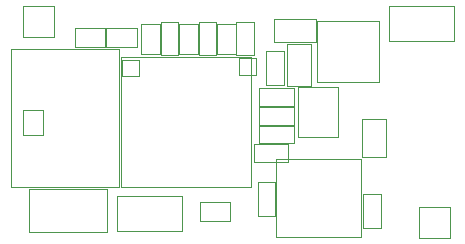
<source format=gbr>
%TF.GenerationSoftware,KiCad,Pcbnew,7.0.5*%
%TF.CreationDate,2023-06-19T14:48:02+02:00*%
%TF.ProjectId,candleLightfd-S01,63616e64-6c65-44c6-9967-687466642d53,R01*%
%TF.SameCoordinates,Original*%
%TF.FileFunction,Other,User*%
%FSLAX46Y46*%
G04 Gerber Fmt 4.6, Leading zero omitted, Abs format (unit mm)*
G04 Created by KiCad (PCBNEW 7.0.5) date 2023-06-19 14:48:02*
%MOMM*%
%LPD*%
G01*
G04 APERTURE LIST*
%ADD10C,0.050000*%
%ADD11C,0.120000*%
G04 APERTURE END LIST*
D10*
%TO.C,X3*%
X101700000Y-139300000D02*
X108300000Y-139300000D01*
X108300000Y-139300000D02*
X108300000Y-135700000D01*
X108300000Y-135700000D02*
X101700000Y-135700000D01*
X101700000Y-135700000D02*
X101700000Y-139300000D01*
%TO.C,R2*%
X110800000Y-123600000D02*
X110800000Y-122000000D01*
X110800000Y-123600000D02*
X108200000Y-123600000D01*
X110800000Y-122000000D02*
X108200000Y-122000000D01*
X108200000Y-123600000D02*
X108200000Y-122000000D01*
%TO.C,C2*%
X124100000Y-128650000D02*
X124100000Y-127150000D01*
X124100000Y-128650000D02*
X121200000Y-128650000D01*
X124100000Y-127150000D02*
X121200000Y-127150000D01*
X121200000Y-128650000D02*
X121200000Y-127150000D01*
%TO.C,C8*%
X130000000Y-139000000D02*
X131500000Y-139000000D01*
X130000000Y-139000000D02*
X130000000Y-136100000D01*
X131500000Y-139000000D02*
X131500000Y-136100000D01*
X130000000Y-136100000D02*
X131500000Y-136100000D01*
%TO.C,NB2*%
X101200000Y-131050000D02*
X101200000Y-128950000D01*
X102900000Y-131050000D02*
X101200000Y-131050000D01*
X101200000Y-128950000D02*
X102900000Y-128950000D01*
X102900000Y-128950000D02*
X102900000Y-131050000D01*
%TO.C,R1*%
X105550000Y-122000000D02*
X105550000Y-123600000D01*
X105550000Y-122000000D02*
X108150000Y-122000000D01*
X105550000Y-123600000D02*
X108150000Y-123600000D01*
X108150000Y-122000000D02*
X108150000Y-123600000D01*
%TO.C,C4*%
X120750000Y-131850000D02*
X120750000Y-133350000D01*
X120750000Y-131850000D02*
X123650000Y-131850000D01*
X120750000Y-133350000D02*
X123650000Y-133350000D01*
X123650000Y-131850000D02*
X123650000Y-133350000D01*
%TO.C,D1*%
X116050000Y-124350000D02*
X116050000Y-121550000D01*
X117550000Y-124350000D02*
X116050000Y-124350000D01*
X116050000Y-121550000D02*
X117550000Y-121550000D01*
X117550000Y-121550000D02*
X117550000Y-124350000D01*
%TO.C,R6*%
X118750000Y-138350000D02*
X118750000Y-136750000D01*
X118750000Y-138350000D02*
X116150000Y-138350000D01*
X118750000Y-136750000D02*
X116150000Y-136750000D01*
X116150000Y-138350000D02*
X116150000Y-136750000D01*
%TO.C,C6*%
X126000000Y-123250000D02*
X126000000Y-121250000D01*
X126000000Y-123250000D02*
X122400000Y-123250000D01*
X126000000Y-121250000D02*
X122400000Y-121250000D01*
X122400000Y-123250000D02*
X122400000Y-121250000D01*
%TO.C,U2*%
X126100000Y-121400000D02*
X131300000Y-121400000D01*
X126100000Y-126600000D02*
X126100000Y-121400000D01*
X131300000Y-121400000D02*
X131300000Y-126600000D01*
X131300000Y-126600000D02*
X126100000Y-126600000D01*
%TO.C,C1*%
X124100000Y-130250000D02*
X124100000Y-128750000D01*
X124100000Y-130250000D02*
X121200000Y-130250000D01*
X124100000Y-128750000D02*
X121200000Y-128750000D01*
X121200000Y-130250000D02*
X121200000Y-128750000D01*
D11*
%TO.C,U1*%
X109500000Y-135500000D02*
X109500000Y-124500000D01*
X120500000Y-135500000D02*
X109500000Y-135500000D01*
X109500000Y-124500000D02*
X120500000Y-124500000D01*
X120500000Y-124500000D02*
X120500000Y-135500000D01*
D10*
%TO.C,C5*%
X121200000Y-130300000D02*
X121200000Y-131800000D01*
X121200000Y-130300000D02*
X124100000Y-130300000D01*
X121200000Y-131800000D02*
X124100000Y-131800000D01*
X124100000Y-130300000D02*
X124100000Y-131800000D01*
%TO.C,X1*%
X109305000Y-123850000D02*
X109305000Y-135450000D01*
X100205000Y-123850000D02*
X109305000Y-123850000D01*
X100205000Y-123850000D02*
X100205000Y-135450000D01*
X100205000Y-135450000D02*
X109305000Y-135450000D01*
%TO.C,NB4*%
X101200000Y-120200000D02*
X103800000Y-120200000D01*
X101200000Y-122800000D02*
X101200000Y-120200000D01*
X103800000Y-120200000D02*
X103800000Y-122800000D01*
X103800000Y-122800000D02*
X101200000Y-122800000D01*
%TO.C,TP5*%
X109600000Y-124700000D02*
X111000000Y-124700000D01*
X109600000Y-126100000D02*
X109600000Y-124700000D01*
X111000000Y-124700000D02*
X111000000Y-126100000D01*
X111000000Y-126100000D02*
X109600000Y-126100000D01*
%TO.C,C3*%
X121800000Y-126850000D02*
X123300000Y-126850000D01*
X121800000Y-126850000D02*
X121800000Y-123950000D01*
X123300000Y-126850000D02*
X123300000Y-123950000D01*
X121800000Y-123950000D02*
X123300000Y-123950000D01*
%TO.C,Y1*%
X127850000Y-127050000D02*
X124450000Y-127050000D01*
X124450000Y-127050000D02*
X124450000Y-131250000D01*
X124450000Y-131250000D02*
X127850000Y-131250000D01*
X127850000Y-131250000D02*
X127850000Y-127050000D01*
%TO.C,R3*%
X116000000Y-121650000D02*
X114400000Y-121650000D01*
X116000000Y-121650000D02*
X116000000Y-124250000D01*
X114400000Y-121650000D02*
X114400000Y-124250000D01*
X116000000Y-124250000D02*
X114400000Y-124250000D01*
%TO.C,U3*%
X122600000Y-133100000D02*
X129800000Y-133100000D01*
X122600000Y-139700000D02*
X122600000Y-133100000D01*
X129800000Y-133100000D02*
X129800000Y-139700000D01*
X129800000Y-139700000D02*
X122600000Y-139700000D01*
%TO.C,P2*%
X109120000Y-136250000D02*
X109120000Y-139250000D01*
X109120000Y-139250000D02*
X109120000Y-139250000D01*
X109120000Y-139250000D02*
X114680000Y-139250000D01*
X114680000Y-136250000D02*
X109120000Y-136250000D01*
X114680000Y-139250000D02*
X114680000Y-136250000D01*
%TO.C,C7*%
X123550000Y-126950000D02*
X125550000Y-126950000D01*
X123550000Y-126950000D02*
X123550000Y-123350000D01*
X125550000Y-126950000D02*
X125550000Y-123350000D01*
X123550000Y-123350000D02*
X125550000Y-123350000D01*
%TO.C,P1*%
X132140000Y-120150000D02*
X132140000Y-123150000D01*
X132140000Y-123150000D02*
X132140000Y-123150000D01*
X132140000Y-123150000D02*
X137700000Y-123150000D01*
X137700000Y-120150000D02*
X132140000Y-120150000D01*
X137700000Y-123150000D02*
X137700000Y-120150000D01*
%TO.C,C10*%
X121050000Y-137950000D02*
X122550000Y-137950000D01*
X121050000Y-137950000D02*
X121050000Y-135050000D01*
X122550000Y-137950000D02*
X122550000Y-135050000D01*
X121050000Y-135050000D02*
X122550000Y-135050000D01*
%TO.C,D2*%
X119250000Y-124350000D02*
X119250000Y-121550000D01*
X120750000Y-124350000D02*
X119250000Y-124350000D01*
X119250000Y-121550000D02*
X120750000Y-121550000D01*
X120750000Y-121550000D02*
X120750000Y-124350000D01*
%TO.C,R5*%
X112800000Y-121650000D02*
X111200000Y-121650000D01*
X112800000Y-121650000D02*
X112800000Y-124250000D01*
X111200000Y-121650000D02*
X111200000Y-124250000D01*
X112800000Y-124250000D02*
X111200000Y-124250000D01*
%TO.C,R7*%
X131900000Y-129750000D02*
X129900000Y-129750000D01*
X131900000Y-129750000D02*
X131900000Y-132950000D01*
X129900000Y-129750000D02*
X129900000Y-132950000D01*
X131900000Y-132950000D02*
X129900000Y-132950000D01*
%TO.C,R4*%
X119200000Y-121650000D02*
X117600000Y-121650000D01*
X119200000Y-121650000D02*
X119200000Y-124250000D01*
X117600000Y-121650000D02*
X117600000Y-124250000D01*
X119200000Y-124250000D02*
X117600000Y-124250000D01*
%TO.C,TP4*%
X119500000Y-124600000D02*
X120900000Y-124600000D01*
X119500000Y-126000000D02*
X119500000Y-124600000D01*
X120900000Y-124600000D02*
X120900000Y-126000000D01*
X120900000Y-126000000D02*
X119500000Y-126000000D01*
%TO.C,D3*%
X112850000Y-124350000D02*
X112850000Y-121550000D01*
X114350000Y-124350000D02*
X112850000Y-124350000D01*
X112850000Y-121550000D02*
X114350000Y-121550000D01*
X114350000Y-121550000D02*
X114350000Y-124350000D01*
%TO.C,NB3*%
X134700000Y-137200000D02*
X137300000Y-137200000D01*
X134700000Y-139800000D02*
X134700000Y-137200000D01*
X137300000Y-137200000D02*
X137300000Y-139800000D01*
X137300000Y-139800000D02*
X134700000Y-139800000D01*
%TD*%
M02*

</source>
